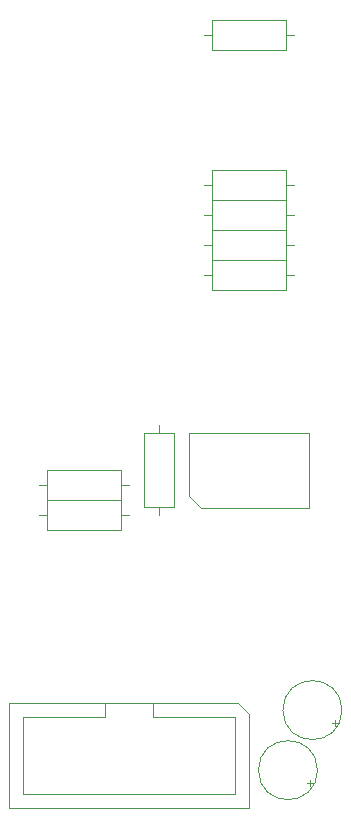
<source format=gbr>
%TF.GenerationSoftware,KiCad,Pcbnew,8.0.1-8.0.1-1~ubuntu22.04.1*%
%TF.CreationDate,2024-04-11T21:23:46+02:00*%
%TF.ProjectId,HagiwoEurorackMixer_PCBOnly,48616769-776f-4457-9572-6f7261636b4d,rev?*%
%TF.SameCoordinates,Original*%
%TF.FileFunction,AssemblyDrawing,Top*%
%FSLAX46Y46*%
G04 Gerber Fmt 4.6, Leading zero omitted, Abs format (unit mm)*
G04 Created by KiCad (PCBNEW 8.0.1-8.0.1-1~ubuntu22.04.1) date 2024-04-11 21:23:46*
%MOMM*%
%LPD*%
G01*
G04 APERTURE LIST*
%ADD10C,0.100000*%
G04 APERTURE END LIST*
D10*
%TO.C,R5*%
X86080000Y-107770000D02*
X86740000Y-107770000D01*
X86740000Y-106520000D02*
X86740000Y-109020000D01*
X86740000Y-109020000D02*
X93040000Y-109020000D01*
X93040000Y-106520000D02*
X86740000Y-106520000D01*
X93040000Y-109020000D02*
X93040000Y-106520000D01*
X93700000Y-107770000D02*
X93040000Y-107770000D01*
%TO.C,R7*%
X81020000Y-121130000D02*
X81020000Y-127430000D01*
X81020000Y-127430000D02*
X83520000Y-127430000D01*
X82270000Y-120470000D02*
X82270000Y-121130000D01*
X82270000Y-128090000D02*
X82270000Y-127430000D01*
X83520000Y-121130000D02*
X81020000Y-121130000D01*
X83520000Y-127430000D02*
X83520000Y-121130000D01*
%TO.C,R4*%
X86080000Y-105230000D02*
X86740000Y-105230000D01*
X86740000Y-103980000D02*
X86740000Y-106480000D01*
X86740000Y-106480000D02*
X93040000Y-106480000D01*
X93040000Y-103980000D02*
X86740000Y-103980000D01*
X93040000Y-106480000D02*
X93040000Y-103980000D01*
X93700000Y-105230000D02*
X93040000Y-105230000D01*
%TO.C,C2*%
X97127605Y-145937500D02*
X97127605Y-145437500D01*
X97377605Y-145687500D02*
X96877605Y-145687500D01*
X97744000Y-144600000D02*
G75*
G02*
X92744000Y-144600000I-2500000J0D01*
G01*
X92744000Y-144600000D02*
G75*
G02*
X97744000Y-144600000I2500000J0D01*
G01*
%TO.C,U2*%
X84810000Y-121105000D02*
X94970000Y-121105000D01*
X84810000Y-126455000D02*
X84810000Y-121105000D01*
X85810000Y-127455000D02*
X84810000Y-126455000D01*
X94970000Y-121105000D02*
X94970000Y-127455000D01*
X94970000Y-127455000D02*
X85810000Y-127455000D01*
%TO.C,J6*%
X69550000Y-143960000D02*
X88910000Y-143960000D01*
X69550000Y-152860000D02*
X69550000Y-143960000D01*
X70740000Y-145160000D02*
X77680000Y-145160000D01*
X70740000Y-151660000D02*
X70740000Y-145160000D01*
X77680000Y-145160000D02*
X77680000Y-143960000D01*
X77680000Y-145160000D02*
X77680000Y-145160000D01*
X81780000Y-143960000D02*
X81780000Y-145160000D01*
X81780000Y-145160000D02*
X88720000Y-145160000D01*
X88720000Y-145160000D02*
X88720000Y-151660000D01*
X88720000Y-151660000D02*
X70740000Y-151660000D01*
X88910000Y-143960000D02*
X89910000Y-144960000D01*
X89910000Y-144960000D02*
X89910000Y-152860000D01*
X89910000Y-152860000D02*
X69550000Y-152860000D01*
%TO.C,R1*%
X86080000Y-87450000D02*
X86740000Y-87450000D01*
X86740000Y-86200000D02*
X86740000Y-88700000D01*
X86740000Y-88700000D02*
X93040000Y-88700000D01*
X93040000Y-86200000D02*
X86740000Y-86200000D01*
X93040000Y-88700000D02*
X93040000Y-86200000D01*
X93700000Y-87450000D02*
X93040000Y-87450000D01*
%TO.C,C1*%
X95055605Y-151017500D02*
X95055605Y-150517500D01*
X95305605Y-150767500D02*
X94805605Y-150767500D01*
X95672000Y-149680000D02*
G75*
G02*
X90672000Y-149680000I-2500000J0D01*
G01*
X90672000Y-149680000D02*
G75*
G02*
X95672000Y-149680000I2500000J0D01*
G01*
%TO.C,R3*%
X86080000Y-102690000D02*
X86740000Y-102690000D01*
X86740000Y-101440000D02*
X86740000Y-103940000D01*
X86740000Y-103940000D02*
X93040000Y-103940000D01*
X93040000Y-101440000D02*
X86740000Y-101440000D01*
X93040000Y-103940000D02*
X93040000Y-101440000D01*
X93700000Y-102690000D02*
X93040000Y-102690000D01*
%TO.C,R6*%
X72110000Y-125550000D02*
X72770000Y-125550000D01*
X72770000Y-124300000D02*
X72770000Y-126800000D01*
X72770000Y-126800000D02*
X79070000Y-126800000D01*
X79070000Y-124300000D02*
X72770000Y-124300000D01*
X79070000Y-126800000D02*
X79070000Y-124300000D01*
X79730000Y-125550000D02*
X79070000Y-125550000D01*
%TO.C,R8*%
X72110000Y-128090000D02*
X72770000Y-128090000D01*
X72770000Y-126840000D02*
X72770000Y-129340000D01*
X72770000Y-129340000D02*
X79070000Y-129340000D01*
X79070000Y-126840000D02*
X72770000Y-126840000D01*
X79070000Y-129340000D02*
X79070000Y-126840000D01*
X79730000Y-128090000D02*
X79070000Y-128090000D01*
%TO.C,R2*%
X86080000Y-100150000D02*
X86740000Y-100150000D01*
X86740000Y-98900000D02*
X86740000Y-101400000D01*
X86740000Y-101400000D02*
X93040000Y-101400000D01*
X93040000Y-98900000D02*
X86740000Y-98900000D01*
X93040000Y-101400000D02*
X93040000Y-98900000D01*
X93700000Y-100150000D02*
X93040000Y-100150000D01*
%TD*%
M02*

</source>
